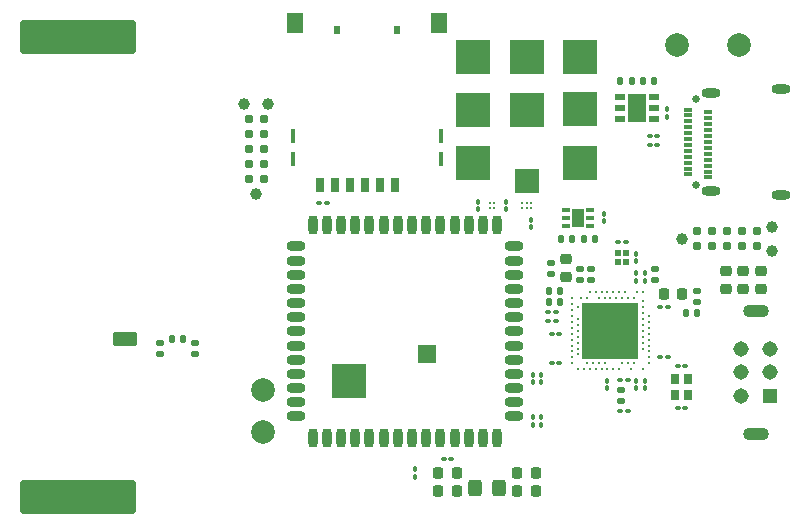
<source format=gbr>
G04 #@! TF.GenerationSoftware,KiCad,Pcbnew,7.0.7*
G04 #@! TF.CreationDate,2025-04-23T23:52:25+03:00*
G04 #@! TF.ProjectId,telemetry_box_01,74656c65-6d65-4747-9279-5f626f785f30,rev?*
G04 #@! TF.SameCoordinates,Original*
G04 #@! TF.FileFunction,Soldermask,Top*
G04 #@! TF.FilePolarity,Negative*
%FSLAX46Y46*%
G04 Gerber Fmt 4.6, Leading zero omitted, Abs format (unit mm)*
G04 Created by KiCad (PCBNEW 7.0.7) date 2025-04-23 23:52:25*
%MOMM*%
%LPD*%
G01*
G04 APERTURE LIST*
G04 Aperture macros list*
%AMRoundRect*
0 Rectangle with rounded corners*
0 $1 Rounding radius*
0 $2 $3 $4 $5 $6 $7 $8 $9 X,Y pos of 4 corners*
0 Add a 4 corners polygon primitive as box body*
4,1,4,$2,$3,$4,$5,$6,$7,$8,$9,$2,$3,0*
0 Add four circle primitives for the rounded corners*
1,1,$1+$1,$2,$3*
1,1,$1+$1,$4,$5*
1,1,$1+$1,$6,$7*
1,1,$1+$1,$8,$9*
0 Add four rect primitives between the rounded corners*
20,1,$1+$1,$2,$3,$4,$5,0*
20,1,$1+$1,$4,$5,$6,$7,0*
20,1,$1+$1,$6,$7,$8,$9,0*
20,1,$1+$1,$8,$9,$2,$3,0*%
G04 Aperture macros list end*
%ADD10RoundRect,0.225000X-0.225000X-0.250000X0.225000X-0.250000X0.225000X0.250000X-0.225000X0.250000X0*%
%ADD11C,0.990600*%
%ADD12C,0.787400*%
%ADD13RoundRect,0.147500X-0.172500X0.147500X-0.172500X-0.147500X0.172500X-0.147500X0.172500X0.147500X0*%
%ADD14RoundRect,0.100000X0.130000X0.100000X-0.130000X0.100000X-0.130000X-0.100000X0.130000X-0.100000X0*%
%ADD15RoundRect,0.140000X-0.140000X-0.170000X0.140000X-0.170000X0.140000X0.170000X-0.140000X0.170000X0*%
%ADD16R,0.800000X0.900000*%
%ADD17C,0.675000*%
%ADD18C,0.650000*%
%ADD19R,0.700000X0.300000*%
%ADD20O,1.600000X0.800000*%
%ADD21RoundRect,0.100000X-0.100000X0.130000X-0.100000X-0.130000X0.100000X-0.130000X0.100000X0.130000X0*%
%ADD22RoundRect,0.100000X0.100000X-0.130000X0.100000X0.130000X-0.100000X0.130000X-0.100000X-0.130000X0*%
%ADD23RoundRect,0.100000X-0.130000X-0.100000X0.130000X-0.100000X0.130000X0.100000X-0.130000X0.100000X0*%
%ADD24RoundRect,0.225000X0.225000X0.250000X-0.225000X0.250000X-0.225000X-0.250000X0.225000X-0.250000X0*%
%ADD25RoundRect,0.140000X0.140000X0.170000X-0.140000X0.170000X-0.140000X-0.170000X0.140000X-0.170000X0*%
%ADD26RoundRect,0.140000X0.170000X-0.140000X0.170000X0.140000X-0.170000X0.140000X-0.170000X-0.140000X0*%
%ADD27C,0.250000*%
%ADD28R,4.850000X4.850000*%
%ADD29C,0.280000*%
%ADD30C,2.000000*%
%ADD31RoundRect,0.225000X0.250000X-0.225000X0.250000X0.225000X-0.250000X0.225000X-0.250000X-0.225000X0*%
%ADD32R,0.650000X1.150000*%
%ADD33R,0.450000X1.300000*%
%ADD34R,1.400000X1.700000*%
%ADD35R,0.540000X0.800000*%
%ADD36R,1.308000X1.308000*%
%ADD37C,1.308000*%
%ADD38O,2.200000X1.100000*%
%ADD39R,0.470000X0.520000*%
%ADD40RoundRect,0.147500X0.172500X-0.147500X0.172500X0.147500X-0.172500X0.147500X-0.172500X-0.147500X0*%
%ADD41RoundRect,0.320000X-0.080000X-0.480000X0.080000X-0.480000X0.080000X0.480000X-0.080000X0.480000X0*%
%ADD42RoundRect,0.320000X0.480000X-0.080000X0.480000X0.080000X-0.480000X0.080000X-0.480000X-0.080000X0*%
%ADD43RoundRect,0.320000X0.080000X0.480000X-0.080000X0.480000X-0.080000X-0.480000X0.080000X-0.480000X0*%
%ADD44R,3.000000X3.000000*%
%ADD45R,1.500000X1.500000*%
%ADD46R,0.690000X0.320000*%
%ADD47R,1.000000X1.600000*%
%ADD48RoundRect,0.250000X0.325000X0.450000X-0.325000X0.450000X-0.325000X-0.450000X0.325000X-0.450000X0*%
%ADD49RoundRect,0.218750X0.256250X-0.218750X0.256250X0.218750X-0.256250X0.218750X-0.256250X-0.218750X0*%
%ADD50RoundRect,0.140000X-0.170000X0.140000X-0.170000X-0.140000X0.170000X-0.140000X0.170000X0.140000X0*%
%ADD51R,0.250000X0.250000*%
%ADD52RoundRect,0.157480X0.842520X-0.442520X0.842520X0.442520X-0.842520X0.442520X-0.842520X-0.442520X0*%
%ADD53RoundRect,0.380577X4.569423X-1.069423X4.569423X1.069423X-4.569423X1.069423X-4.569423X-1.069423X0*%
%ADD54RoundRect,0.218750X-0.218750X-0.256250X0.218750X-0.256250X0.218750X0.256250X-0.218750X0.256250X0*%
%ADD55RoundRect,0.020000X-0.410000X-0.180000X0.410000X-0.180000X0.410000X0.180000X-0.410000X0.180000X0*%
%ADD56R,1.625000X2.365000*%
%ADD57R,2.000000X2.000000*%
G04 APERTURE END LIST*
D10*
X143225000Y-100950000D03*
X144775000Y-100950000D03*
D11*
X157190000Y-79600000D03*
X164810000Y-78584000D03*
X164810000Y-80616000D03*
D12*
X158460000Y-80235000D03*
X159730000Y-80235000D03*
X161000000Y-80235000D03*
X162270000Y-80235000D03*
X163540000Y-80235000D03*
X163540000Y-78965000D03*
X162270000Y-78965000D03*
X161000000Y-78965000D03*
X159730000Y-78965000D03*
X158460000Y-78965000D03*
D13*
X152000000Y-92415000D03*
X152000000Y-93385000D03*
D14*
X155075000Y-71695000D03*
X154435000Y-71695000D03*
D15*
X157470000Y-85900000D03*
X158430000Y-85900000D03*
D16*
X157650000Y-92850000D03*
X157650000Y-91450000D03*
X156550000Y-91450000D03*
X156550000Y-92850000D03*
D17*
X158350000Y-75015000D03*
D18*
X158350000Y-67815000D03*
D19*
X157690000Y-74165000D03*
X157690000Y-73665000D03*
X157690000Y-73165000D03*
X157690000Y-72665000D03*
X157690000Y-72165000D03*
X157690000Y-71665000D03*
X157690000Y-71165000D03*
X157690000Y-70665000D03*
X157690000Y-70165000D03*
X157690000Y-69665000D03*
X157690000Y-69165000D03*
X157690000Y-68665000D03*
X159390000Y-68915000D03*
X159390000Y-69415000D03*
X159390000Y-69915000D03*
X159390000Y-70415000D03*
X159390000Y-70915000D03*
X159390000Y-71415000D03*
X159390000Y-71915000D03*
X159390000Y-72415000D03*
X159390000Y-72915000D03*
X159390000Y-73415000D03*
X159390000Y-73915000D03*
X159390000Y-74415000D03*
D20*
X159600000Y-75545000D03*
X159600000Y-67285000D03*
X165550000Y-66925000D03*
X165550000Y-75905000D03*
D14*
X127070000Y-76600000D03*
X126430000Y-76600000D03*
D21*
X144550000Y-94735000D03*
X144550000Y-95375000D03*
X150850000Y-91630000D03*
X150850000Y-92270000D03*
D22*
X145250000Y-95375000D03*
X145250000Y-94735000D03*
D23*
X145830000Y-85850000D03*
X146470000Y-85850000D03*
D21*
X150570000Y-77485000D03*
X150570000Y-78125000D03*
D24*
X138075000Y-100950000D03*
X136525000Y-100950000D03*
D25*
X154780000Y-66250000D03*
X153820000Y-66250000D03*
D26*
X149450000Y-83130000D03*
X149450000Y-82170000D03*
D27*
X154350000Y-86150000D03*
X154350000Y-86650000D03*
X154350000Y-87150000D03*
X154350000Y-87650000D03*
X154350000Y-88150000D03*
X154350000Y-88650000D03*
X154350000Y-89150000D03*
X154350000Y-89650000D03*
X154350000Y-90150000D03*
X148850000Y-90650000D03*
X148600000Y-84650000D03*
X148350000Y-85400000D03*
X148350000Y-86400000D03*
X148350000Y-86900000D03*
X148350000Y-87400000D03*
X148350000Y-87900000D03*
X148350000Y-88400000D03*
X148350000Y-88900000D03*
X148350000Y-89400000D03*
X148350000Y-90650000D03*
X147850000Y-84650000D03*
X147850000Y-85150000D03*
X147850000Y-85650000D03*
X147850000Y-86150000D03*
X147850000Y-86650000D03*
X147850000Y-87150000D03*
X147850000Y-87650000D03*
X147850000Y-88150000D03*
X147850000Y-88650000D03*
X147850000Y-89150000D03*
X147850000Y-89650000D03*
X147850000Y-90150000D03*
X153850000Y-84150000D03*
X153850000Y-84900000D03*
X153850000Y-85400000D03*
X153850000Y-85900000D03*
X153850000Y-86400000D03*
X153850000Y-86900000D03*
X153850000Y-87400000D03*
X153850000Y-87900000D03*
X153850000Y-88400000D03*
X153850000Y-88900000D03*
X153850000Y-90650000D03*
X153350000Y-84150000D03*
X153100000Y-84650000D03*
X153100000Y-90150000D03*
X152850000Y-90650000D03*
D28*
X151100000Y-87400000D03*
D27*
X152600000Y-84650000D03*
X152600000Y-90150000D03*
X152350000Y-84150000D03*
X152100000Y-84650000D03*
X152100000Y-90150000D03*
X151850000Y-84150000D03*
X151850000Y-90650000D03*
X151600000Y-84650000D03*
X151350000Y-84150000D03*
X151350000Y-90650000D03*
X151100000Y-84650000D03*
X150850000Y-84150000D03*
X150850000Y-90650000D03*
X150600000Y-84650000D03*
X150600000Y-90150000D03*
X150350000Y-84150000D03*
X150350000Y-90650000D03*
X150100000Y-84650000D03*
X150100000Y-90150000D03*
X149850000Y-84150000D03*
X149850000Y-90650000D03*
X149600000Y-90150000D03*
X149350000Y-84150000D03*
X149350000Y-90650000D03*
X149100000Y-84650000D03*
X149100000Y-90150000D03*
D29*
X140870000Y-76600000D03*
X141270000Y-76600000D03*
X140870000Y-77000000D03*
X141270000Y-77000000D03*
D24*
X138075000Y-99450000D03*
X136525000Y-99450000D03*
D30*
X156750000Y-63200000D03*
D23*
X156780000Y-90400000D03*
X157420000Y-90400000D03*
D22*
X142270000Y-77120000D03*
X142270000Y-76480000D03*
D31*
X163850000Y-83875000D03*
X163850000Y-82325000D03*
D30*
X162000000Y-63200000D03*
X121700000Y-95950000D03*
D32*
X127740000Y-75047500D03*
X130280000Y-75047500D03*
X132820000Y-75047500D03*
X126470000Y-75047500D03*
X129010000Y-75047500D03*
X131550000Y-75047500D03*
D33*
X124225000Y-72877500D03*
X124225000Y-70877500D03*
X136765000Y-72877500D03*
X136765000Y-70877500D03*
D34*
X136600000Y-61317500D03*
X124390000Y-61317500D03*
D35*
X127955000Y-61897500D03*
X133035000Y-61897500D03*
D21*
X144550000Y-91135000D03*
X144550000Y-91775000D03*
D25*
X149780000Y-79600000D03*
X148820000Y-79600000D03*
D31*
X160850000Y-83875000D03*
X160850000Y-82325000D03*
D30*
X121700000Y-92450000D03*
D14*
X137620000Y-98250000D03*
X136980000Y-98250000D03*
D36*
X164650000Y-92915000D03*
D37*
X164650000Y-90915000D03*
X164650000Y-88915000D03*
X162150000Y-92915000D03*
X162150000Y-90915000D03*
X162150000Y-88915000D03*
D38*
X163400000Y-96115000D03*
X163400000Y-85715000D03*
D39*
X152435000Y-81610000D03*
X152435000Y-80790000D03*
X151765000Y-80790000D03*
X151765000Y-81610000D03*
D40*
X112950000Y-89385000D03*
X112950000Y-88415000D03*
D25*
X114930000Y-88100000D03*
X113970000Y-88100000D03*
X146830000Y-85000000D03*
X145870000Y-85000000D03*
D15*
X151940000Y-66250000D03*
X152900000Y-66250000D03*
D31*
X162350000Y-83875000D03*
X162350000Y-82325000D03*
D41*
X125900000Y-96450000D03*
X127100000Y-96450000D03*
X128300000Y-96450000D03*
X129500000Y-96450000D03*
X130700000Y-96450000D03*
X131900000Y-96450000D03*
X133100000Y-96450000D03*
X134300000Y-96450000D03*
X135500000Y-96450000D03*
X136700000Y-96450000D03*
X137900000Y-96450000D03*
X139100000Y-96450000D03*
X140300000Y-96450000D03*
X141500000Y-96450000D03*
D42*
X142900000Y-94650000D03*
X142900000Y-93450000D03*
X142900000Y-92250000D03*
X142900000Y-91050000D03*
X142900000Y-89850000D03*
X142900000Y-88650000D03*
X142900000Y-87450000D03*
X142900000Y-86250000D03*
X142900000Y-85050000D03*
X142900000Y-83850000D03*
X142900000Y-82650000D03*
X142900000Y-81450000D03*
X142900000Y-80250000D03*
D43*
X141500000Y-78450000D03*
X140300000Y-78450000D03*
X139100000Y-78450000D03*
X137900000Y-78450000D03*
X136700000Y-78450000D03*
X135500000Y-78450000D03*
X134300000Y-78450000D03*
X133100000Y-78450000D03*
X131900000Y-78450000D03*
X130700000Y-78450000D03*
X129500000Y-78450000D03*
X128300000Y-78450000D03*
X127100000Y-78450000D03*
X125900000Y-78450000D03*
D42*
X124500000Y-80250000D03*
X124500000Y-81450000D03*
X124500000Y-82650000D03*
X124500000Y-83850000D03*
X124500000Y-85050000D03*
X124500000Y-86250000D03*
X124500000Y-87450000D03*
X124500000Y-88650000D03*
X124500000Y-89850000D03*
X124500000Y-91050000D03*
X124500000Y-92250000D03*
X124500000Y-93450000D03*
X124500000Y-94650000D03*
D44*
X129000000Y-91650000D03*
D45*
X135600000Y-89350000D03*
D46*
X149340000Y-78500000D03*
X149340000Y-77850000D03*
X149340000Y-77200000D03*
X147300000Y-77200000D03*
X147300000Y-77850000D03*
X147300000Y-78500000D03*
D47*
X148320000Y-77850000D03*
D22*
X139870000Y-77120000D03*
X139870000Y-76480000D03*
D14*
X157420000Y-93900000D03*
X156780000Y-93900000D03*
D23*
X151930000Y-91600000D03*
X152570000Y-91600000D03*
D48*
X141675000Y-100700000D03*
X139625000Y-100700000D03*
D22*
X153300000Y-81520000D03*
X153300000Y-80880000D03*
D23*
X155330000Y-89650000D03*
X155970000Y-89650000D03*
D49*
X147300000Y-82887500D03*
X147300000Y-81312500D03*
D13*
X158400000Y-84015000D03*
X158400000Y-84985000D03*
D23*
X155330000Y-85400000D03*
X155970000Y-85400000D03*
D21*
X153300000Y-91630000D03*
X153300000Y-92270000D03*
D14*
X146770000Y-90150000D03*
X146130000Y-90150000D03*
D10*
X143225000Y-99450000D03*
X144775000Y-99450000D03*
D25*
X146830000Y-84050000D03*
X145870000Y-84050000D03*
D14*
X155075000Y-70950000D03*
X154435000Y-70950000D03*
D50*
X115950000Y-88420000D03*
X115950000Y-89380000D03*
D51*
X143600000Y-77000000D03*
X144000000Y-77000000D03*
X144400000Y-77000000D03*
X144400000Y-76600000D03*
X144000000Y-76600000D03*
X143600000Y-76600000D03*
D23*
X151780000Y-79900000D03*
X152420000Y-79900000D03*
D52*
X110000000Y-88100000D03*
D53*
X106000000Y-101500000D03*
X106000000Y-62500000D03*
D22*
X145250000Y-91775000D03*
X145250000Y-91135000D03*
D21*
X155900000Y-68630000D03*
X155900000Y-69270000D03*
D22*
X153300000Y-83170000D03*
X153300000Y-82530000D03*
X154000000Y-83170000D03*
X154000000Y-82530000D03*
D23*
X151930000Y-94200000D03*
X152570000Y-94200000D03*
D54*
X155612500Y-84300000D03*
X157187500Y-84300000D03*
D21*
X154000000Y-91630000D03*
X154000000Y-92270000D03*
D14*
X146470000Y-86550000D03*
X145830000Y-86550000D03*
D26*
X148500000Y-83130000D03*
X148500000Y-82170000D03*
D22*
X134550000Y-99770000D03*
X134550000Y-99130000D03*
D26*
X154850000Y-83130000D03*
X154850000Y-82170000D03*
D50*
X146100000Y-81620000D03*
X146100000Y-82580000D03*
D14*
X146770000Y-87650000D03*
X146130000Y-87650000D03*
D15*
X146910000Y-79600000D03*
X147870000Y-79600000D03*
D55*
X151915000Y-67600000D03*
X151915000Y-68550000D03*
X151915000Y-69500000D03*
X154785000Y-69500000D03*
X154785000Y-68550000D03*
X154785000Y-67600000D03*
D56*
X153350000Y-68550000D03*
D44*
X139500000Y-64200000D03*
X144000000Y-64200000D03*
X148500000Y-64200000D03*
X139500000Y-68700000D03*
X144000000Y-68700000D03*
X148500000Y-68650000D03*
X139500000Y-73200000D03*
X148500000Y-73200000D03*
D57*
X144000000Y-74700000D03*
D11*
X121115000Y-75810000D03*
X120099000Y-68190000D03*
X122131000Y-68190000D03*
D12*
X121750000Y-74540000D03*
X121750000Y-73270000D03*
X121750000Y-72000000D03*
X121750000Y-70730000D03*
X121750000Y-69460000D03*
X120480000Y-69460000D03*
X120480000Y-70730000D03*
X120480000Y-72000000D03*
X120480000Y-73270000D03*
X120480000Y-74540000D03*
D21*
X144400000Y-77980000D03*
X144400000Y-78620000D03*
M02*

</source>
